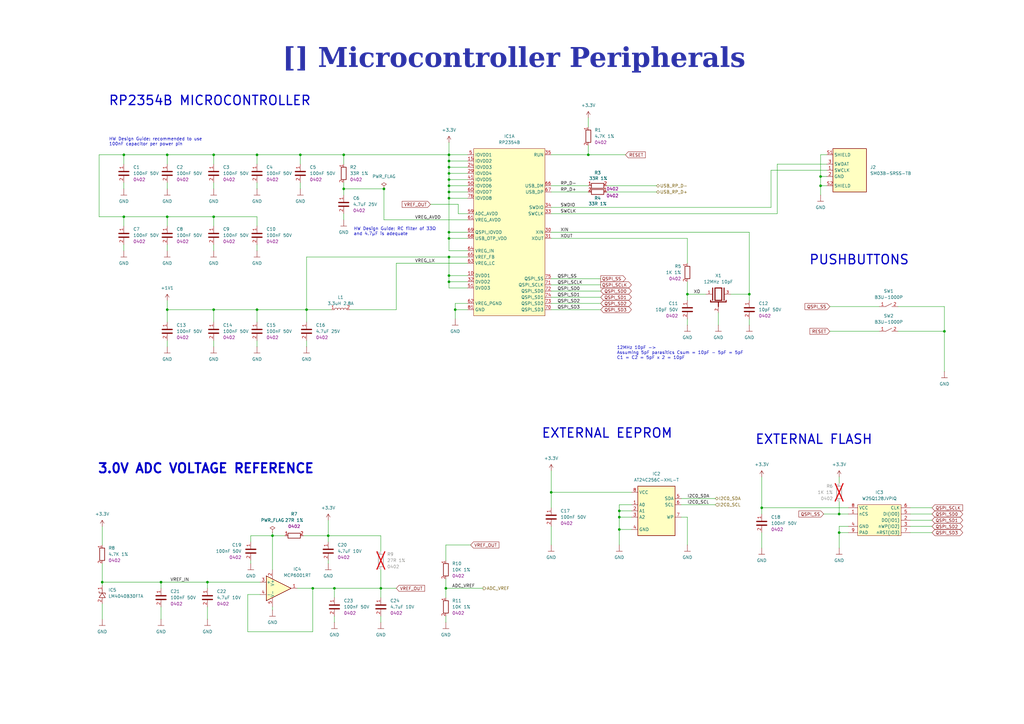
<source format=kicad_sch>
(kicad_sch (version 20250114) (generator "eeschema") (generator_version "9.0")
  (paper "A3")
  (title_block (title "Microcontroller Peripherals") (date "2026-01-31") (rev "${REVISION}") (company "${COMPANY}"))
  (text "EXTERNAL EEPROM" (at 221.996 177.8 0) (effects (font (size 3.81 3.81) (thickness 0.508) (bold yes)) (justify left)))
  (text "PUSHBUTTONS" (at 331.724 106.68 0) (effects (font (size 3.81 3.81) (thickness 0.508) (bold yes)) (justify left)))
  (text "EXTERNAL FLASH" (at 309.626 180.34 0) (effects (font (size 3.81 3.81) (thickness 0.508) (bold yes)) (justify left)))
  (text "RP2354B MICROCONTROLLER" (at 44.45 41.402 0) (effects (font (size 3.81 3.81) (thickness 0.508) (bold yes)) (justify left)))
  (text "HW Design Guide: RC filter of 33Ω\nand 4.7μF is adequate" (at 145.034 94.996 0) (effects (font (size 1.27 1.27)) (justify left)))
  (text "HW Design Guide: recommended to use\n100nF capacitor per power pin" (at 44.704 58.166 0) (effects (font (size 1.27 1.27)) (justify left)))
  (text "3.0V ADC VOLTAGE REFERENCE" (at 39.878 192.278 0) (effects (font (size 3.81 3.81) (thickness 0.762) (bold yes)) (justify left)))
  (text "12MHz 10pF ->\nAssuming 5pF parasitics Csum = 10pF - 5pF = 5pF\nC1 = C2 = 5pF x 2 = 10pF" (at 252.984 144.78 0) (effects (font (size 1.27 1.27)) (justify left)))
  (text_box "[${#}] ${TITLE}" (at 13.97 17.78 0) (size 393.7 12.7) (margins 5.9999 5.9999 5.9999 5.9999) (stroke (width -0.0001)) (effects (font (size 8 8) (thickness 1.2) (bold yes))))
  (junction (at 182.88 241.3))
  (junction (at 157.48 77.47))
  (junction (at 184.15 71.12))
  (junction (at 156.21 241.3))
  (junction (at 85.09 238.76))
  (junction (at 184.15 105.41))
  (junction (at 254 212.09))
  (junction (at 184.15 76.2))
  (junction (at 87.63 63.5))
  (junction (at 87.63 88.9))
  (junction (at 140.97 77.47))
  (junction (at 41.91 238.76))
  (junction (at 336.55 72.39))
  (junction (at 105.41 63.5))
  (junction (at 123.19 63.5))
  (junction (at 307.34 120.65))
  (junction (at 336.55 76.2))
  (junction (at 186.69 127))
  (junction (at 184.15 95.25))
  (junction (at 387.35 135.89))
  (junction (at 184.15 97.79))
  (junction (at 312.42 208.28))
  (junction (at 184.15 73.66))
  (junction (at 68.58 127))
  (junction (at 226.06 201.93))
  (junction (at 344.17 218.44))
  (junction (at 134.62 219.71))
  (junction (at 128.27 241.3))
  (junction (at 184.15 63.5))
  (junction (at 137.16 241.3))
  (junction (at 50.8 63.5))
  (junction (at 68.58 88.9))
  (junction (at 66.04 238.76))
  (junction (at 184.15 68.58))
  (junction (at 241.3 63.5))
  (junction (at 184.15 115.57))
  (junction (at 184.15 81.28))
  (junction (at 281.94 120.65))
  (junction (at 184.15 66.04))
  (junction (at 50.8 88.9))
  (junction (at 68.58 63.5))
  (junction (at 125.73 127))
  (junction (at 111.76 219.71))
  (junction (at 140.97 63.5))
  (junction (at 184.15 113.03))
  (junction (at 344.17 210.82))
  (junction (at 254 217.17))
  (junction (at 184.15 78.74))
  (junction (at 254 209.55))
  (junction (at 105.41 127))
  (junction (at 87.63 127))
  (wire (pts (xy 307.34 133.35) (xy 307.34 130.81)))
  (wire (pts (xy 125.73 105.41) (xy 125.73 127)))
  (wire (pts (xy 182.88 241.3) (xy 198.12 241.3)))
  (wire (pts (xy 191.77 115.57) (xy 184.15 115.57)))
  (wire (pts (xy 336.55 72.39) (xy 339.09 72.39)))
  (wire (pts (xy 162.56 107.95) (xy 191.77 107.95)))
  (wire (pts (xy 344.17 210.82) (xy 337.82 210.82)))
  (wire (pts (xy 68.58 92.71) (xy 68.58 88.9)))
  (wire (pts (xy 226.06 87.63) (xy 318.77 87.63)))
  (wire (pts (xy 184.15 78.74) (xy 191.77 78.74)))
  (wire (pts (xy 191.77 95.25) (xy 184.15 95.25)))
  (wire (pts (xy 336.55 63.5) (xy 336.55 72.39)))
  (wire (pts (xy 191.77 113.03) (xy 184.15 113.03)))
  (wire (pts (xy 85.09 238.76) (xy 66.04 238.76)))
  (wire (pts (xy 105.41 127) (xy 105.41 132.08)))
  (wire (pts (xy 87.63 88.9) (xy 68.58 88.9)))
  (wire (pts (xy 184.15 68.58) (xy 191.77 68.58)))
  (wire (pts (xy 182.88 223.52) (xy 193.04 223.52)))
  (wire (pts (xy 156.21 219.71) (xy 134.62 219.71)))
  (wire (pts (xy 184.15 71.12) (xy 191.77 71.12)))
  (wire (pts (xy 226.06 119.38) (xy 246.38 119.38)))
  (wire (pts (xy 226.06 127) (xy 246.38 127)))
  (wire (pts (xy 184.15 102.87) (xy 184.15 97.79)))
  (wire (pts (xy 87.63 127) (xy 105.41 127)))
  (wire (pts (xy 347.98 208.28) (xy 312.42 208.28)))
  (wire (pts (xy 156.21 233.68) (xy 156.21 241.3)))
  (wire (pts (xy 254 209.55) (xy 254 212.09)))
  (wire (pts (xy 105.41 63.5) (xy 105.41 67.31)))
  (wire (pts (xy 241.3 63.5) (xy 256.54 63.5)))
  (wire (pts (xy 87.63 63.5) (xy 87.63 67.31)))
  (wire (pts (xy 373.38 208.28) (xy 382.27 208.28)))
  (wire (pts (xy 50.8 88.9) (xy 40.64 88.9)))
  (wire (pts (xy 182.88 245.11) (xy 182.88 241.3)))
  (wire (pts (xy 137.16 241.3) (xy 128.27 241.3)))
  (wire (pts (xy 339.09 63.5) (xy 336.55 63.5)))
  (wire (pts (xy 312.42 195.58) (xy 312.42 208.28)))
  (wire (pts (xy 279.4 212.09) (xy 281.94 212.09)))
  (wire (pts (xy 157.48 90.17) (xy 191.77 90.17)))
  (wire (pts (xy 128.27 241.3) (xy 121.92 241.3)))
  (wire (pts (xy 135.89 127) (xy 125.73 127)))
  (wire (pts (xy 312.42 224.79) (xy 312.42 218.44)))
  (wire (pts (xy 347.98 210.82) (xy 344.17 210.82)))
  (wire (pts (xy 373.38 215.9) (xy 382.27 215.9)))
  (wire (pts (xy 66.04 254) (xy 66.04 248.92)))
  (wire (pts (xy 373.38 213.36) (xy 382.27 213.36)))
  (wire (pts (xy 259.08 207.01) (xy 254 207.01)))
  (wire (pts (xy 140.97 90.17) (xy 140.97 87.63)))
  (wire (pts (xy 87.63 63.5) (xy 105.41 63.5)))
  (wire (pts (xy 68.58 127) (xy 87.63 127)))
  (wire (pts (xy 336.55 76.2) (xy 336.55 80.01)))
  (wire (pts (xy 226.06 97.79) (xy 281.94 97.79)))
  (wire (pts (xy 368.3 125.73) (xy 387.35 125.73)))
  (wire (pts (xy 137.16 241.3) (xy 137.16 245.11)))
  (wire (pts (xy 125.73 127) (xy 125.73 132.08)))
  (wire (pts (xy 191.77 97.79) (xy 184.15 97.79)))
  (wire (pts (xy 184.15 105.41) (xy 125.73 105.41)))
  (wire (pts (xy 184.15 63.5) (xy 191.77 63.5)))
  (wire (pts (xy 162.56 127) (xy 162.56 107.95)))
  (wire (pts (xy 289.56 120.65) (xy 281.94 120.65)))
  (wire (pts (xy 344.17 195.58) (xy 344.17 198.12)))
  (wire (pts (xy 241.3 48.26) (xy 241.3 52.07)))
  (wire (pts (xy 254 212.09) (xy 259.08 212.09)))
  (wire (pts (xy 105.41 77.47) (xy 105.41 74.93)))
  (wire (pts (xy 191.77 81.28) (xy 184.15 81.28)))
  (wire (pts (xy 184.15 81.28) (xy 184.15 78.74)))
  (wire (pts (xy 254 217.17) (xy 259.08 217.17)))
  (wire (pts (xy 281.94 212.09) (xy 281.94 223.52)))
  (wire (pts (xy 105.41 127) (xy 125.73 127)))
  (wire (pts (xy 128.27 259.08) (xy 128.27 241.3)))
  (wire (pts (xy 140.97 63.5) (xy 184.15 63.5)))
  (wire (pts (xy 87.63 77.47) (xy 87.63 74.93)))
  (wire (pts (xy 316.23 69.85) (xy 339.09 69.85)))
  (wire (pts (xy 186.69 127) (xy 186.69 130.81)))
  (wire (pts (xy 294.64 133.35) (xy 294.64 128.27)))
  (wire (pts (xy 307.34 120.65) (xy 307.34 123.19)))
  (wire (pts (xy 184.15 118.11) (xy 184.15 115.57)))
  (wire (pts (xy 184.15 73.66) (xy 184.15 71.12)))
  (wire (pts (xy 281.94 97.79) (xy 281.94 107.95)))
  (wire (pts (xy 68.58 102.87) (xy 68.58 100.33)))
  (wire (pts (xy 316.23 85.09) (xy 316.23 69.85)))
  (wire (pts (xy 143.51 127) (xy 162.56 127)))
  (wire (pts (xy 102.87 222.25) (xy 102.87 219.71)))
  (wire (pts (xy 101.6 259.08) (xy 128.27 259.08)))
  (wire (pts (xy 68.58 123.19) (xy 68.58 127)))
  (wire (pts (xy 186.69 127) (xy 191.77 127)))
  (wire (pts (xy 254 207.01) (xy 254 209.55)))
  (wire (pts (xy 340.36 125.73) (xy 360.68 125.73)))
  (wire (pts (xy 50.8 63.5) (xy 50.8 67.31)))
  (wire (pts (xy 368.3 135.89) (xy 387.35 135.89)))
  (wire (pts (xy 226.06 76.2) (xy 241.3 76.2)))
  (wire (pts (xy 50.8 88.9) (xy 68.58 88.9)))
  (wire (pts (xy 318.77 67.31) (xy 339.09 67.31)))
  (wire (pts (xy 182.88 241.3) (xy 182.88 237.49)))
  (wire (pts (xy 344.17 205.74) (xy 344.17 210.82)))
  (wire (pts (xy 191.77 105.41) (xy 184.15 105.41)))
  (wire (pts (xy 184.15 68.58) (xy 184.15 66.04)))
  (wire (pts (xy 191.77 118.11) (xy 184.15 118.11)))
  (wire (pts (xy 111.76 219.71) (xy 116.84 219.71)))
  (wire (pts (xy 184.15 115.57) (xy 184.15 113.03)))
  (wire (pts (xy 184.15 97.79) (xy 184.15 95.25)))
  (wire (pts (xy 184.15 113.03) (xy 184.15 105.41)))
  (wire (pts (xy 254 212.09) (xy 254 217.17)))
  (wire (pts (xy 134.62 231.14) (xy 134.62 229.87)))
  (wire (pts (xy 299.72 120.65) (xy 307.34 120.65)))
  (wire (pts (xy 124.46 219.71) (xy 134.62 219.71)))
  (wire (pts (xy 40.64 63.5) (xy 50.8 63.5)))
  (wire (pts (xy 226.06 78.74) (xy 241.3 78.74)))
  (wire (pts (xy 307.34 95.25) (xy 307.34 120.65)))
  (wire (pts (xy 50.8 92.71) (xy 50.8 88.9)))
  (wire (pts (xy 85.09 241.3) (xy 85.09 238.76)))
  (wire (pts (xy 184.15 95.25) (xy 184.15 81.28)))
  (wire (pts (xy 41.91 238.76) (xy 41.91 240.03)))
  (wire (pts (xy 187.96 83.82) (xy 187.96 87.63)))
  (wire (pts (xy 50.8 63.5) (xy 68.58 63.5)))
  (wire (pts (xy 281.94 133.35) (xy 281.94 130.81)))
  (wire (pts (xy 226.06 124.46) (xy 246.38 124.46)))
  (wire (pts (xy 279.4 204.47) (xy 293.37 204.47)))
  (wire (pts (xy 85.09 238.76) (xy 106.68 238.76)))
  (wire (pts (xy 41.91 231.14) (xy 41.91 238.76)))
  (wire (pts (xy 226.06 201.93) (xy 226.06 208.28)))
  (wire (pts (xy 156.21 255.27) (xy 156.21 252.73)))
  (wire (pts (xy 111.76 250.19) (xy 111.76 248.92)))
  (wire (pts (xy 102.87 219.71) (xy 111.76 219.71)))
  (wire (pts (xy 187.96 87.63) (xy 191.77 87.63)))
  (wire (pts (xy 105.41 142.24) (xy 105.41 139.7)))
  (wire (pts (xy 134.62 213.36) (xy 134.62 219.71)))
  (wire (pts (xy 85.09 254) (xy 85.09 248.92)))
  (wire (pts (xy 105.41 92.71) (xy 105.41 88.9)))
  (wire (pts (xy 41.91 215.9) (xy 41.91 223.52)))
  (wire (pts (xy 50.8 102.87) (xy 50.8 100.33)))
  (wire (pts (xy 156.21 241.3) (xy 137.16 241.3)))
  (wire (pts (xy 157.48 90.17) (xy 157.48 77.47)))
  (wire (pts (xy 68.58 63.5) (xy 68.58 67.31)))
  (wire (pts (xy 281.94 115.57) (xy 281.94 120.65)))
  (wire (pts (xy 184.15 71.12) (xy 184.15 68.58)))
  (wire (pts (xy 184.15 63.5) (xy 184.15 58.42)))
  (wire (pts (xy 184.15 76.2) (xy 191.77 76.2)))
  (wire (pts (xy 191.77 102.87) (xy 184.15 102.87)))
  (wire (pts (xy 157.48 77.47) (xy 140.97 77.47)))
  (wire (pts (xy 312.42 208.28) (xy 312.42 210.82)))
  (wire (pts (xy 156.21 241.3) (xy 162.56 241.3)))
  (wire (pts (xy 248.92 76.2) (xy 269.24 76.2)))
  (wire (pts (xy 226.06 85.09) (xy 316.23 85.09)))
  (wire (pts (xy 137.16 255.27) (xy 137.16 252.73)))
  (wire (pts (xy 41.91 247.65) (xy 41.91 254)))
  (wire (pts (xy 186.69 124.46) (xy 186.69 127)))
  (wire (pts (xy 111.76 218.44) (xy 111.76 219.71)))
  (wire (pts (xy 68.58 142.24) (xy 68.58 139.7)))
  (wire (pts (xy 101.6 243.84) (xy 101.6 259.08)))
  (wire (pts (xy 68.58 77.47) (xy 68.58 74.93)))
  (wire (pts (xy 40.64 88.9) (xy 40.64 63.5)))
  (wire (pts (xy 134.62 219.71) (xy 134.62 222.25)))
  (wire (pts (xy 123.19 63.5) (xy 123.19 67.31)))
  (wire (pts (xy 87.63 142.24) (xy 87.63 139.7)))
  (wire (pts (xy 105.41 88.9) (xy 87.63 88.9)))
  (wire (pts (xy 226.06 193.04) (xy 226.06 201.93)))
  (wire (pts (xy 226.06 223.52) (xy 226.06 215.9)))
  (wire (pts (xy 111.76 219.71) (xy 111.76 233.68)))
  (wire (pts (xy 241.3 59.69) (xy 241.3 63.5)))
  (wire (pts (xy 254 209.55) (xy 259.08 209.55)))
  (wire (pts (xy 105.41 63.5) (xy 123.19 63.5)))
  (wire (pts (xy 176.53 83.82) (xy 187.96 83.82)))
  (wire (pts (xy 66.04 241.3) (xy 66.04 238.76)))
  (wire (pts (xy 123.19 63.5) (xy 140.97 63.5)))
  (wire (pts (xy 279.4 207.01) (xy 293.37 207.01)))
  (wire (pts (xy 336.55 72.39) (xy 336.55 76.2)))
  (wire (pts (xy 87.63 102.87) (xy 87.63 100.33)))
  (wire (pts (xy 182.88 255.27) (xy 182.88 252.73)))
  (wire (pts (xy 347.98 215.9) (xy 344.17 215.9)))
  (wire (pts (xy 226.06 121.92) (xy 246.38 121.92)))
  (wire (pts (xy 184.15 78.74) (xy 184.15 76.2)))
  (wire (pts (xy 50.8 77.47) (xy 50.8 74.93)))
  (wire (pts (xy 248.92 78.74) (xy 269.24 78.74)))
  (wire (pts (xy 184.15 73.66) (xy 191.77 73.66)))
  (wire (pts (xy 184.15 66.04) (xy 191.77 66.04)))
  (wire (pts (xy 226.06 116.84) (xy 246.38 116.84)))
  (wire (pts (xy 226.06 201.93) (xy 259.08 201.93)))
  (wire (pts (xy 281.94 120.65) (xy 281.94 123.19)))
  (wire (pts (xy 105.41 102.87) (xy 105.41 100.33)))
  (wire (pts (xy 184.15 76.2) (xy 184.15 73.66)))
  (wire (pts (xy 226.06 114.3) (xy 246.38 114.3)))
  (wire (pts (xy 140.97 77.47) (xy 140.97 80.01)))
  (wire (pts (xy 87.63 88.9) (xy 87.63 92.71)))
  (wire (pts (xy 339.09 76.2) (xy 336.55 76.2)))
  (wire (pts (xy 184.15 66.04) (xy 184.15 63.5)))
  (wire (pts (xy 140.97 74.93) (xy 140.97 77.47)))
  (wire (pts (xy 387.35 135.89) (xy 387.35 152.4)))
  (wire (pts (xy 123.19 77.47) (xy 123.19 74.93)))
  (wire (pts (xy 340.36 135.89) (xy 360.68 135.89)))
  (wire (pts (xy 344.17 215.9) (xy 344.17 218.44)))
  (wire (pts (xy 156.21 226.06) (xy 156.21 219.71)))
  (wire (pts (xy 373.38 210.82) (xy 382.27 210.82)))
  (wire (pts (xy 68.58 132.08) (xy 68.58 127)))
  (wire (pts (xy 373.38 218.44) (xy 382.27 218.44)))
  (wire (pts (xy 387.35 125.73) (xy 387.35 135.89)))
  (wire (pts (xy 87.63 127) (xy 87.63 132.08)))
  (wire (pts (xy 125.73 142.24) (xy 125.73 139.7)))
  (wire (pts (xy 156.21 245.11) (xy 156.21 241.3)))
  (wire (pts (xy 106.68 243.84) (xy 101.6 243.84)))
  (wire (pts (xy 68.58 63.5) (xy 87.63 63.5)))
  (wire (pts (xy 66.04 238.76) (xy 41.91 238.76)))
  (wire (pts (xy 226.06 95.25) (xy 307.34 95.25)))
  (wire (pts (xy 344.17 218.44) (xy 344.17 224.79)))
  (wire (pts (xy 140.97 67.31) (xy 140.97 63.5)))
  (wire (pts (xy 191.77 124.46) (xy 186.69 124.46)))
  (wire (pts (xy 226.06 63.5) (xy 241.3 63.5)))
  (wire (pts (xy 182.88 223.52) (xy 182.88 229.87)))
  (wire (pts (xy 344.17 218.44) (xy 347.98 218.44)))
  (wire (pts (xy 318.77 87.63) (xy 318.77 67.31)))
  (wire (pts (xy 102.87 231.14) (xy 102.87 229.87)))
  (wire (pts (xy 254 217.17) (xy 254 223.52)))
  (label "I2C0_SDA" (at 281.94 204.47 0))
  (label "QSPI_SD0" (at 228.6 119.38 0))
  (label "QSPI_SD1" (at 228.6 121.92 0))
  (label "XIN" (at 229.87 95.25 0))
  (label "SWDIO" (at 229.87 85.09 0))
  (label "QSPI_SCLK" (at 228.6 116.84 0))
  (label "VREG_AVDD" (at 170.18 90.17 0))
  (label "ADC_VREF" (at 185.42 241.3 0))
  (label "XOUT" (at 229.87 97.79 0))
  (label "VREF_IN" (at 69.85 238.76 0))
  (label "QSPI_SD2" (at 228.6 124.46 0))
  (label "QSPI_SS" (at 228.6 114.3 0))
  (label "QSPI_SD3" (at 228.6 127 0))
  (label "I2C0_SCL" (at 281.94 207.01 0))
  (label "RP_D-" (at 229.87 76.2 0))
  (label "RP_D+" (at 229.87 78.74 0))
  (label "VREG_LX" (at 170.18 107.95 0))
  (label "XO" (at 284.48 120.65 0))
  (label "SWCLK" (at 229.87 87.63 0))
  (global_label "VREF_OUT" (shape input) (at 162.56 241.3 0) (property "Intersheetrefs" "${INTERSHEET_REFS}" (effects (hide yes))))
  (global_label "QSPI_SD0" (shape bidirectional) (at 382.27 210.82 0) (property "Intersheetrefs" "${INTERSHEET_REFS}" (effects (hide yes))))
  (global_label "QSPI_SD1" (shape bidirectional) (at 382.27 213.36 0) (property "Intersheetrefs" "${INTERSHEET_REFS}" (effects (hide yes))))
  (global_label "VREF_OUT" (shape input) (at 193.04 223.52 0) (property "Intersheetrefs" "${INTERSHEET_REFS}" (effects (hide yes))))
  (global_label "QSPI_SS" (shape input) (at 340.36 125.73 180) (property "Intersheetrefs" "${INTERSHEET_REFS}" (effects (hide yes))))
  (global_label "QSPI_SD0" (shape bidirectional) (at 246.38 119.38 0) (property "Intersheetrefs" "${INTERSHEET_REFS}" (effects (hide yes))))
  (global_label "QSPI_SD1" (shape bidirectional) (at 246.38 121.92 0) (property "Intersheetrefs" "${INTERSHEET_REFS}" (effects (hide yes))))
  (global_label "RESET" (shape input) (at 340.36 135.89 180) (property "Intersheetrefs" "${INTERSHEET_REFS}" (effects (hide yes))))
  (global_label "QSPI_SCLK" (shape output) (at 246.38 116.84 0) (property "Intersheetrefs" "${INTERSHEET_REFS}" (effects (hide yes))))
  (global_label "QSPI_SD2" (shape bidirectional) (at 246.38 124.46 0) (property "Intersheetrefs" "${INTERSHEET_REFS}" (effects (hide yes))))
  (global_label "QSPI_SS" (shape output) (at 246.38 114.3 0) (property "Intersheetrefs" "${INTERSHEET_REFS}" (effects (hide yes))))
  (global_label "QSPI_SCLK" (shape input) (at 382.27 208.28 0) (property "Intersheetrefs" "${INTERSHEET_REFS}" (effects (hide yes))))
  (global_label "VREF_OUT" (shape input) (at 176.53 83.82 180) (property "Intersheetrefs" "${INTERSHEET_REFS}" (effects (hide yes))))
  (global_label "QSPI_SD3" (shape bidirectional) (at 246.38 127 0) (property "Intersheetrefs" "${INTERSHEET_REFS}" (effects (hide yes))))
  (global_label "QSPI_SD3" (shape bidirectional) (at 382.27 218.44 0) (property "Intersheetrefs" "${INTERSHEET_REFS}" (effects (hide yes))))
  (global_label "QSPI_SD2" (shape bidirectional) (at 382.27 215.9 0) (property "Intersheetrefs" "${INTERSHEET_REFS}" (effects (hide yes))))
  (global_label "RESET" (shape input) (at 256.54 63.5 0) (property "Intersheetrefs" "${INTERSHEET_REFS}" (effects (hide yes))))
  (global_label "QSPI_SS" (shape input) (at 337.82 210.82 180) (property "Intersheetrefs" "${INTERSHEET_REFS}" (effects (hide yes))))
  (hierarchical_label "USB_RP_D+" (shape bidirectional) (at 269.24 78.74 0))
  (hierarchical_label "ADC_VREF" (shape output) (at 198.12 241.3 0))
  (hierarchical_label "USB_RP_D-" (shape bidirectional) (at 269.24 76.2 0))
  (hierarchical_label "I2C0_SDA" (shape bidirectional) (at 293.37 204.47 0))
  (hierarchical_label "I2C0_SCL" (shape input) (at 293.37 207.01 0))
  (symbol (lib_id "DS_Supply:GND") (at 254 223.52 0) (unit 1)
    (property "Reference" "#PWR031" (effects (hide yes)))
    (property "Value" "GND" (at 254 228.6 0))
    (property "Description" "Power symbol creates a global label with name \"GND\" , ground" (effects (hide yes)))
  )
  (symbol (lib_id "DS_Supply:GND") (at 66.04 254 0) (unit 1)
    (property "Reference" "#PWR039" (effects (hide yes)))
    (property "Value" "GND" (at 66.04 259.08 0))
    (property "Description" "Power symbol creates a global label with name \"GND\" , ground" (effects (hide yes)))
  )
  (symbol (lib_id "power:+3.3V") (at 344.17 195.58 0) (unit 1)
    (property "Reference" "#PWR027" (effects (hide yes)))
    (property "Value" "+3.3V" (at 344.17 190.5 0))
    (property "Description" "Power symbol creates a global label with name \"+3.3V\"" (effects (hide yes)))
  )
  (symbol (lib_id "DS_Capacitor_0402:100nF 50V 0402") (at 105.41 71.12 0) (unit 1)
    (property "Reference" "C4" (at 109.22 68.5799 0) (effects (justify left)))
    (property "Value" "100nF 50V" (at 109.22 71.1199 0) (effects (justify left)))
    (property "Footprint" "Capacitor_SMD:C_0402_1005Metric" (effects (hide yes)))
    (property "Description" "50V 100nF X7R ±10% 0402 Multilayer Ceramic Capacitors MLCC - SMD/SMT ROHS" (effects (hide yes)))
    (property "FOOTPRINT_SHORT" "0402" (at 109.22 73.6599 0) (effects (justify left)))
    (property "ROHS" "YES" (effects (hide yes)))
    (property "LCSC_PART" "C307331" (effects (hide yes)))
  )
  (symbol (lib_id "DS_Switch:B3U-1000P") (at 364.49 125.73 0) (unit 1)
    (property "Reference" "SW1" (at 364.49 119.38 0))
    (property "Value" "B3U-1000P" (at 364.49 121.92 0))
    (property "Footprint" "DS_Switch:SW_B3U-1000P" (effects (hide yes)))
    (property "Datasheet" "https://jlcpcb.com/api/file/downloadByFileSystemAccessId/8588893394868953088" (effects (hide yes)))
    (property "Description" "1.53N 1.6mm 12V 2.5mm 3mm 50mA Round Button SMD(SMT) Tab SPST Surface Mount,Vertical SMD,3x2.5mm Tactile Switches ROHS" (effects (hide yes)))
    (property "MFR" "Omron Electronics" (effects (hide yes)))
    (property "MPN" "B3U-1000P" (effects (hide yes)))
    (property "LCSC_PART" "C231329" (effects (hide yes)))
    (property "ROHS" "YES" (effects (hide yes)))
  )
  (symbol (lib_id "DS_Supply:GND") (at 336.55 80.01 0) (unit 1)
    (property "Reference" "#PWR09" (effects (hide yes)))
    (property "Value" "GND" (at 336.55 85.09 0))
    (property "Description" "Power symbol creates a global label with name \"GND\" , ground" (effects (hide yes)))
  )
  (symbol (lib_id "DS_Resistor_0402:1K 1% 0402") (at 281.94 111.76 0) (unit 1)
    (property "Reference" "R5" (at 279.4 109.2199 0) (effects (justify right)))
    (property "Value" "1K 1%" (at 279.4 111.7599 0) (effects (justify right)))
    (property "Footprint" "Resistor_SMD:R_0402_1005Metric" (effects (hide yes)))
    (property "Description" "62.5mW Thick Film Resistors 50V ±100ppm/℃ ±1% 1kΩ 0402 Chip Resistor - Surface Mount ROHS" (effects (hide yes)))
    (property "LCSC_PART" "C11702" (effects (hide yes)))
    (property "ROHS" "YES" (effects (hide yes)))
    (property "FOOTPRINT_SHORT" "0402" (at 279.4 114.2999 0) (effects (justify right)))
    (property "MFR" "FH" (effects (hide yes)))
  )
  (symbol (lib_id "DS_Resistor_0402:10K 1% 0402") (at 182.88 248.92 0) (unit 1)
    (property "Reference" "R11" (at 185.42 246.3799 0) (effects (justify left)))
    (property "Value" "10K 1%" (at 185.42 248.9199 0) (effects (justify left)))
    (property "Footprint" "Resistor_SMD:R_0402_1005Metric" (effects (hide yes)))
    (property "Description" "62.5mW Thick Film Resistors 50V ±100ppm/℃ ±1% 10kΩ 0402 Chip Resistor - Surface Mount ROHS" (effects (hide yes)))
    (property "LCSC_PART" "C25744" (effects (hide yes)))
    (property "ROHS" "YES" (effects (hide yes)))
    (property "FOOTPRINT_SHORT" "0402" (at 185.42 251.4599 0) (effects (justify left)))
    (property "MFR" "ROHM" (effects (hide yes)))
  )
  (symbol (lib_id "DS_Supply:GND") (at 87.63 102.87 0) (unit 1)
    (property "Reference" "#PWR013" (effects (hide yes)))
    (property "Value" "GND" (at 87.63 107.95 0))
    (property "Description" "Power symbol creates a global label with name \"GND\" , ground" (effects (hide yes)))
  )
  (symbol (lib_id "power:+3.3V") (at 134.62 213.36 0) (unit 1)
    (property "Reference" "#PWR028" (effects (hide yes)))
    (property "Value" "+3.3V" (at 134.62 208.28 0))
    (property "Description" "Power symbol creates a global label with name \"+3.3V\"" (effects (hide yes)))
  )
  (symbol (lib_id "DS_Capacitor_0402:100nF 50V 0402") (at 68.58 96.52 0) (unit 1)
    (property "Reference" "C8" (at 72.39 93.9799 0) (effects (justify left)))
    (property "Value" "100nF 50V" (at 72.39 96.5199 0) (effects (justify left)))
    (property "Footprint" "Capacitor_SMD:C_0402_1005Metric" (effects (hide yes)))
    (property "Description" "50V 100nF X7R ±10% 0402 Multilayer Ceramic Capacitors MLCC - SMD/SMT ROHS" (effects (hide yes)))
    (property "FOOTPRINT_SHORT" "0402" (at 72.39 99.0599 0) (effects (justify left)))
    (property "ROHS" "YES" (effects (hide yes)))
    (property "LCSC_PART" "C307331" (effects (hide yes)))
  )
  (symbol (lib_id "DS_Resistor_0402:4.7K 1% 0402") (at 241.3 55.88 0) (unit 1)
    (property "Reference" "R1" (at 243.84 53.3399 0) (effects (justify left)))
    (property "Value" "4.7K 1%" (at 243.84 55.8799 0) (effects (justify left)))
    (property "Footprint" "Resistor_SMD:R_0402_1005Metric" (effects (hide yes)))
    (property "Description" "62.5mW Thick Film Resistors 50V ±100ppm/℃ ±1% 4.7kΩ 0402 Chip Resistor - Surface Mount ROHS" (effects (hide yes)))
    (property "LCSC_PART" "C25900" (effects (hide yes)))
    (property "ROHS" "YES" (effects (hide yes)))
    (property "FOOTPRINT_SHORT" "0402" (at 243.84 58.4199 0) (effects (justify left)))
  )
  (symbol (lib_id "power:+3.3V") (at 226.06 193.04 0) (unit 1)
    (property "Reference" "#PWR025" (effects (hide yes)))
    (property "Value" "+3.3V" (at 226.06 187.96 0))
    (property "Description" "Power symbol creates a global label with name \"+3.3V\"" (effects (hide yes)))
  )
  (symbol (lib_id "DS_Supply:GND") (at 111.76 250.19 0) (unit 1)
    (property "Reference" "#PWR037" (effects (hide yes)))
    (property "Value" "GND" (at 111.76 255.27 0))
    (property "Description" "Power symbol creates a global label with name \"GND\" , ground" (effects (hide yes)))
  )
  (symbol (lib_id "DS_Supply:GND") (at 105.41 77.47 0) (unit 1)
    (property "Reference" "#PWR07" (effects (hide yes)))
    (property "Value" "GND" (at 105.41 82.55 0))
    (property "Description" "Power symbol creates a global label with name \"GND\" , ground" (effects (hide yes)))
  )
  (symbol (lib_id "DS_Supply:GND") (at 85.09 254 0) (unit 1)
    (property "Reference" "#PWR040" (effects (hide yes)))
    (property "Value" "GND" (at 85.09 259.08 0))
    (property "Description" "Power symbol creates a global label with name \"GND\" , ground" (effects (hide yes)))
  )
  (symbol (lib_id "power:+3.3V") (at 41.91 215.9 0) (unit 1)
    (property "Reference" "#PWR029" (effects (hide yes)))
    (property "Value" "+3.3V" (at 41.91 210.82 0))
    (property "Description" "Power symbol creates a global label with name \"+3.3V\"" (effects (hide yes)))
  )
  (symbol (lib_id "DS_Supply:GND") (at 50.8 102.87 0) (unit 1)
    (property "Reference" "#PWR011" (effects (hide yes)))
    (property "Value" "GND" (at 50.8 107.95 0))
    (property "Description" "Power symbol creates a global label with name \"GND\" , ground" (effects (hide yes)))
  )
  (symbol (lib_id "DS_Capacitor_0402:100nF 50V 0402") (at 312.42 214.63 0) (unit 1)
    (property "Reference" "C18" (at 316.23 212.0899 0) (effects (justify left)))
    (property "Value" "100nF 50V" (at 316.23 214.6299 0) (effects (justify left)))
    (property "Footprint" "Capacitor_SMD:C_0402_1005Metric" (effects (hide yes)))
    (property "Description" "50V 100nF X7R ±10% 0402 Multilayer Ceramic Capacitors MLCC - SMD/SMT ROHS" (effects (hide yes)))
    (property "FOOTPRINT_SHORT" "0402" (at 316.23 217.1699 0) (effects (justify left)))
    (property "ROHS" "YES" (effects (hide yes)))
    (property "LCSC_PART" "C307331" (effects (hide yes)))
  )
  (symbol (lib_id "DS_Supply:GND") (at 186.69 130.81 0) (unit 1)
    (property "Reference" "#PWR016" (effects (hide yes)))
    (property "Value" "GND" (at 186.69 135.89 0))
    (property "Description" "Power symbol creates a global label with name \"GND\" , ground" (effects (hide yes)))
  )
  (symbol (lib_id "DS_Supply:GND") (at 68.58 102.87 0) (unit 1)
    (property "Reference" "#PWR012" (effects (hide yes)))
    (property "Value" "GND" (at 68.58 107.95 0))
    (property "Description" "Power symbol creates a global label with name \"GND\" , ground" (effects (hide yes)))
  )
  (symbol (lib_id "DS_Inductor:3.3uH_2.8A") (at 139.7 127 0) (unit 1)
    (property "Reference" "L1" (at 139.7 121.92 0))
    (property "Value" "3.3uH 2.8A" (at 139.7 124.46 0))
    (property "Footprint" "DS_Inductor:0805" (effects (hide yes)))
    (property "Datasheet" "https://abracon.com/datasheets/AOTA-B201610S3R3-101-T.pdf" (effects (hide yes)))
    (property "Description" "MINI MOLDED POWER INDUCTOR (3.3µH )" (effects (hide yes)))
    (property "LCSC_PART" "C42411119" (effects (hide yes)))
    (property "ROHS" "YES" (effects (hide yes)))
    (property "MPN" "AOTA-B201610S3R3-101-T" (effects (hide yes)))
    (property "MFR" "Abracon " (effects (hide yes)))
  )
  (symbol (lib_id "DS_Supply:GND") (at 68.58 77.47 0) (unit 1)
    (property "Reference" "#PWR05" (effects (hide yes)))
    (property "Value" "GND" (at 68.58 82.55 0))
    (property "Description" "Power symbol creates a global label with name \"GND\" , ground" (effects (hide yes)))
  )
  (symbol (lib_id "DS_Capacitor_0402:100nF 50V 0402") (at 68.58 135.89 0) (unit 1)
    (property "Reference" "C13" (at 72.39 133.3499 0) (effects (justify left)))
    (property "Value" "100nF 50V" (at 72.39 135.8899 0) (effects (justify left)))
    (property "Footprint" "Capacitor_SMD:C_0402_1005Metric" (effects (hide yes)))
    (property "Description" "50V 100nF X7R ±10% 0402 Multilayer Ceramic Capacitors MLCC - SMD/SMT ROHS" (effects (hide yes)))
    (property "FOOTPRINT_SHORT" "0402" (at 72.39 138.4299 0) (effects (justify left)))
    (property "ROHS" "YES" (effects (hide yes)))
    (property "LCSC_PART" "C307331" (effects (hide yes)))
  )
  (symbol (lib_id "DS_Supply:GND") (at 182.88 255.27 0) (unit 1)
    (property "Reference" "#PWR043" (effects (hide yes)))
    (property "Value" "GND" (at 182.88 260.35 0))
    (property "Description" "Power symbol creates a global label with name \"GND\" , ground" (effects (hide yes)))
  )
  (symbol (lib_id "DS_Capacitor_0402:100nF 50V 0402") (at 226.06 212.09 0) (unit 1)
    (property "Reference" "C17" (at 229.87 209.5499 0) (effects (justify left)))
    (property "Value" "100nF 50V" (at 229.87 212.0899 0) (effects (justify left)))
    (property "Footprint" "Capacitor_SMD:C_0402_1005Metric" (effects (hide yes)))
    (property "Description" "50V 100nF X7R ±10% 0402 Multilayer Ceramic Capacitors MLCC - SMD/SMT ROHS" (effects (hide yes)))
    (property "FOOTPRINT_SHORT" "0402" (at 229.87 214.6299 0) (effects (justify left)))
    (property "ROHS" "YES" (effects (hide yes)))
    (property "LCSC_PART" "C307331" (effects (hide yes)))
  )
  (symbol (lib_id "DS_Capacitor_0402:100nF 50V 0402") (at 50.8 96.52 0) (unit 1)
    (property "Reference" "C7" (at 54.61 93.9799 0) (effects (justify left)))
    (property "Value" "100nF 50V" (at 54.61 96.5199 0) (effects (justify left)))
    (property "Footprint" "Capacitor_SMD:C_0402_1005Metric" (effects (hide yes)))
    (property "Description" "50V 100nF X7R ±10% 0402 Multilayer Ceramic Capacitors MLCC - SMD/SMT ROHS" (effects (hide yes)))
    (property "FOOTPRINT_SHORT" "0402" (at 54.61 99.0599 0) (effects (justify left)))
    (property "ROHS" "YES" (effects (hide yes)))
    (property "LCSC_PART" "C307331" (effects (hide yes)))
  )
  (symbol (lib_id "power:PWR_FLAG") (at 157.48 77.47 0) (unit 1)
    (property "Reference" "#FLG08" (effects (hide yes)))
    (property "Value" "PWR_FLAG" (at 157.48 72.39 0))
    (property "Description" "Special symbol for telling ERC where power comes from" (effects (hide yes)))
  )
  (symbol (lib_id "DS_Supply:GND") (at 226.06 223.52 0) (unit 1)
    (property "Reference" "#PWR030" (effects (hide yes)))
    (property "Value" "GND" (at 226.06 228.6 0))
    (property "Description" "Power symbol creates a global label with name \"GND\" , ground" (effects (hide yes)))
  )
  (symbol (lib_id "DS_Supply:GND") (at 307.34 133.35 0) (unit 1)
    (property "Reference" "#PWR019" (effects (hide yes)))
    (property "Value" "GND" (at 307.34 138.43 0))
    (property "Description" "Power symbol creates a global label with name \"GND\" , ground" (effects (hide yes)))
  )
  (symbol (lib_id "DS_Resistor_0402:33R 1% 0402") (at 140.97 71.12 0) (unit 1)
    (property "Reference" "R2" (at 143.51 68.5799 0) (effects (justify left)))
    (property "Value" "33R 1%" (at 143.51 71.1199 0) (effects (justify left)))
    (property "Footprint" "Resistor_SMD:R_0402_1005Metric" (effects (hide yes)))
    (property "Description" "-55℃~+155℃ 33Ω 50V 62.5mW Thick Film Resistor ±1% ±100ppm/℃ 0402 Chip Resistor - Surface Mount ROHS" (effects (hide yes)))
    (property "LCSC_PART" "C25105" (effects (hide yes)))
    (property "ROHS" "YES" (effects (hide yes)))
    (property "FOOTPRINT_SHORT" "0402" (at 143.51 73.6599 0) (effects (justify left)))
    (property "MFR" "ROHM" (effects (hide yes)))
  )
  (symbol (lib_id "DS_Capacitor_0402:10pF 50V 0402") (at 307.34 127 0) (unit 1)
    (property "Reference" "C12" (at 311.15 124.4599 0) (effects (justify left)))
    (property "Value" "10pF 50V" (at 311.15 126.9999 0) (effects (justify left)))
    (property "Footprint" "Capacitor_SMD:C_0402_1005Metric" (effects (hide yes)))
    (property "Description" "10pF 50V C0G ±5% 0402 Multilayer Ceramic Capacitors MLCC - SMD/SMT ROHS" (effects (hide yes)))
    (property "FOOTPRINT_SHORT" "0402" (at 311.15 129.5399 0) (effects (justify left)))
    (property "ROHS" "YES" (effects (hide yes)))
    (property "LCSC_PART" "C466222" (effects (hide yes)))
    (property "MFR" "CCTC" (effects (hide yes)))
  )
  (symbol (lib_id "DS_Capacitor_0402:100nF 50V 0402") (at 102.87 226.06 0) (unit 1)
    (property "Reference" "C19" (at 99.06 223.5199 0) (effects (justify right)))
    (property "Value" "100nF 50V" (at 99.06 226.0599 0) (effects (justify right)))
    (property "Footprint" "Capacitor_SMD:C_0402_1005Metric" (effects (hide yes)))
    (property "Description" "50V 100nF X7R ±10% 0402 Multilayer Ceramic Capacitors MLCC - SMD/SMT ROHS" (effects (hide yes)))
    (property "FOOTPRINT_SHORT" "0402" (at 99.06 228.5999 0) (effects (justify right)))
    (property "ROHS" "YES" (effects (hide yes)))
    (property "LCSC_PART" "C307331" (effects (hide yes)))
  )
  (symbol (lib_id "DS_Supply:GND") (at 102.87 231.14 0) (unit 1)
    (property "Reference" "#PWR035" (effects (hide yes)))
    (property "Value" "GND" (at 102.87 236.22 0))
    (property "Description" "Power symbol creates a global label with name \"GND\" , ground" (effects (hide yes)))
  )
  (symbol (lib_id "power:+3.3V") (at 312.42 195.58 0) (unit 1)
    (property "Reference" "#PWR026" (effects (hide yes)))
    (property "Value" "+3.3V" (at 312.42 190.5 0))
    (property "Description" "Power symbol creates a global label with name \"+3.3V\"" (effects (hide yes)))
  )
  (symbol (lib_id "DS_Capacitor_0402:10pF 50V 0402") (at 281.94 127 0) (mirror y) (unit 1)
    (property "Reference" "C11" (at 278.13 124.4599 0) (effects (justify left)))
    (property "Value" "10pF 50V" (at 278.13 126.9999 0) (effects (justify left)))
    (property "Footprint" "Capacitor_SMD:C_0402_1005Metric" (effects (hide yes)))
    (property "Description" "10pF 50V C0G ±5% 0402 Multilayer Ceramic Capacitors MLCC - SMD/SMT ROHS" (effects (hide yes)))
    (property "FOOTPRINT_SHORT" "0402" (at 278.13 129.5399 0) (effects (justify left)))
    (property "ROHS" "YES" (effects (hide yes)))
    (property "LCSC_PART" "C466222" (effects (hide yes)))
    (property "MFR" "CCTC" (effects (hide yes)))
  )
  (symbol (lib_id "power:+1V1") (at 68.58 123.19 0) (unit 1)
    (property "Reference" "#PWR015" (effects (hide yes)))
    (property "Value" "+1V1" (at 68.58 118.11 0))
    (property "Description" "Power symbol creates a global label with name \"+1V1\"" (effects (hide yes)))
  )
  (symbol (lib_id "DS_Vreg:LM4040B30FTA") (at 41.91 243.84 0) (unit 1)
    (property "Reference" "IC5" (at 44.45 241.9857 0) (effects (justify left)))
    (property "Value" "LM4040B30FTA" (at 44.45 244.5257 0) (effects (justify left)))
    (property "Footprint" "DS_Vreg:SOT-23" (effects (hide yes)))
    (property "Datasheet" "https://www.diodes.com/assets/Datasheets/LM4040.pdf" (effects (hide yes)))
    (property "Description" "Shunt Voltage Reference IC Fixed 3V V ±0.2% 15 mA SOT-23-3" (effects (hide yes)))
    (property "ROHS" "YES" (effects (hide yes)))
    (property "LCSC_PART" "C460604" (effects (hide yes)))
    (property "LCSC_PRICE" "EUR 0.4529" (effects (hide yes)))
    (property "MPN" "LM4040B30FTA" (effects (hide yes)))
    (property "MFR" "Diodes Incorporated" (effects (hide yes)))
    (property "DIST1" "https://www.digikey.at/en/products/detail/diodes-incorporated/lm4040b30fta/4249965" (effects (hide yes)))
    (property "PPU1" "EUR0.750 DIGI" (effects (hide yes)))
  )
  (symbol (lib_id "DS_Resistor_0402:4.7K 1% 0402") (at 41.91 227.33 0) (unit 1)
    (property "Reference" "R8" (at 44.45 224.7899 0) (effects (justify left)))
    (property "Value" "4.7K 1%" (at 44.45 227.3299 0) (effects (justify left)))
    (property "Footprint" "Resistor_SMD:R_0402_1005Metric" (effects (hide yes)))
    (property "Description" "62.5mW Thick Film Resistors 50V ±100ppm/℃ ±1% 4.7kΩ 0402 Chip Resistor - Surface Mount ROHS" (effects (hide yes)))
    (property "LCSC_PART" "C25900" (effects (hide yes)))
    (property "ROHS" "YES" (effects (hide yes)))
    (property "FOOTPRINT_SHORT" "0402" (at 44.45 229.8699 0) (effects (justify left)))
  )
  (symbol (lib_id "DS_Supply:GND") (at 105.41 102.87 0) (unit 1)
    (property "Reference" "#PWR014" (effects (hide yes)))
    (property "Value" "GND" (at 105.41 107.95 0))
    (property "Description" "Power symbol creates a global label with name \"GND\" , ground" (effects (hide yes)))
  )
  (symbol (lib_id "DS_Capacitor_0402:4.7uF 25V 0402") (at 125.73 135.89 0) (unit 1)
    (property "Reference" "C16" (at 129.54 133.3499 0) (effects (justify left)))
    (property "Value" "4.7uF 25V" (at 129.54 135.8899 0) (effects (justify left)))
    (property "Footprint" "Capacitor_SMD:C_0402_1005Metric" (effects (hide yes)))
    (property "Description" "25V 4.7uF X5R ±20% 0402 Multilayer Ceramic Capacitors MLCC - SMD/SMT ROHS" (effects (hide yes)))
    (property "FOOTPRINT_SHORT" "0402" (at 129.54 138.4299 0) (effects (justify left)))
    (property "ROHS" "YES" (effects (hide yes)))
    (property "LCSC_PART" "C22367824" (effects (hide yes)))
    (property "MFR" "Murata" (effects (hide yes)))
  )
  (symbol (lib_id "DS_Memory:W25Q128JVPIQ") (at 360.68 213.36 0) (unit 1)
    (property "Reference" "IC3" (at 360.68 201.93 0))
    (property "Value" "W25Q128JVPIQ" (at 360.68 204.47 0))
    (property "Footprint" "DS_Memory:WSON8_6x5" (effects (hide yes)))
    (property "Datasheet" "https://www.winbond.com/resource-files/w25q128jv%20revf%2003272018%20plus.pdf" (effects (hide yes)))
    (property "Description" "FLASH - NOR Memory IC 128Mbit SPI - Quad I/O, QPI 133 MHz 8-WSON (6x5)" (effects (hide yes)))
    (property "MPN" "W25Q128JVPIQ" (effects (hide yes)))
    (property "MFR" "Winbond Electronics" (effects (hide yes)))
    (property "ROHS" "YES" (effects (hide yes)))
    (property "LCSC_PART" "C190862" (effects (hide yes)))
  )
  (symbol (lib_id "DS_Connector:DebugProbe SWD") (at 349.25 69.85 0) (unit 1)
    (property "Reference" "J2" (at 356.87 68.5799 0) (effects (justify left)))
    (property "Value" "SM03B-SRSS-TB" (at 356.87 71.1199 0) (effects (justify left)))
    (property "Footprint" "DS_Connector:JST_SM03B-SRSS-TB_LF__SN_" (effects (hide yes)))
    (property "Datasheet" "https://www.jst-connector.com/datasheet/jst-connector/BM02B-SRSS-TB.pdf" (effects (hide yes)))
    (property "Description" "Connector Header Surface Mount, Right Angle 3 position 0.039\" (1.00mm)" (effects (hide yes)))
    (property "LCSC_PART" "C160403" (effects (hide yes)))
    (property "MPN" "SM03B-SRSS-TB" (effects (hide yes)))
    (property "MFR" "JST Sales America Inc." (effects (hide yes)))
    (property "ROHS" "YES" (effects (hide yes)))
    (property "DIST1" "https://www.digikey.de/en/products/detail/jst-sales-america-inc/sm03b-srss-tb/926709" (effects (hide yes)))
  )
  (symbol (lib_id "power:PWR_FLAG") (at 111.76 218.44 0) (unit 1)
    (property "Reference" "#FLG01" (effects (hide yes)))
    (property "Value" "PWR_FLAG" (at 111.76 213.36 0))
    (property "Description" "Special symbol for telling ERC where power comes from" (effects (hide yes)))
  )
  (symbol (lib_id "DS_Capacitor_0402:100nF 50V 0402") (at 50.8 71.12 0) (unit 1)
    (property "Reference" "C1" (at 54.61 68.5799 0) (effects (justify left)))
    (property "Value" "100nF 50V" (at 54.61 71.1199 0) (effects (justify left)))
    (property "Footprint" "Capacitor_SMD:C_0402_1005Metric" (effects (hide yes)))
    (property "Description" "50V 100nF X7R ±10% 0402 Multilayer Ceramic Capacitors MLCC - SMD/SMT ROHS" (effects (hide yes)))
    (property "FOOTPRINT_SHORT" "0402" (at 54.61 73.6599 0) (effects (justify left)))
    (property "ROHS" "YES" (effects (hide yes)))
    (property "LCSC_PART" "C307331" (effects (hide yes)))
  )
  (symbol (lib_id "DS_Capacitor_0402:100nF 50V 0402") (at 105.41 96.52 0) (unit 1)
    (property "Reference" "C10" (at 109.22 93.9799 0) (effects (justify left)))
    (property "Value" "100nF 50V" (at 109.22 96.5199 0) (effects (justify left)))
    (property "Footprint" "Capacitor_SMD:C_0402_1005Metric" (effects (hide yes)))
    (property "Description" "50V 100nF X7R ±10% 0402 Multilayer Ceramic Capacitors MLCC - SMD/SMT ROHS" (effects (hide yes)))
    (property "FOOTPRINT_SHORT" "0402" (at 109.22 99.0599 0) (effects (justify left)))
    (property "ROHS" "YES" (effects (hide yes)))
    (property "LCSC_PART" "C307331" (effects (hide yes)))
  )
  (symbol (lib_id "DS_Supply:GND") (at 156.21 255.27 0) (unit 1)
    (property "Reference" "#PWR042" (effects (hide yes)))
    (property "Value" "GND" (at 156.21 260.35 0))
    (property "Description" "Power symbol creates a global label with name \"GND\" , ground" (effects (hide yes)))
  )
  (symbol (lib_id "DS_Supply:GND") (at 41.91 254 0) (unit 1)
    (property "Reference" "#PWR038" (effects (hide yes)))
    (property "Value" "GND" (at 41.91 259.08 0))
    (property "Description" "Power symbol creates a global label with name \"GND\" , ground" (effects (hide yes)))
  )
  (symbol (lib_id "DS_Microcontroller:RP2354B") (at 208.28 95.25 0) (unit 1)
    (property "Reference" "IC1" (at 208.915 55.88 0))
    (property "Value" "RP2354B" (at 208.915 58.42 0))
    (property "Footprint" "DS_Microcontroller:QFN80_10x10" (effects (hide yes)))
    (property "Datasheet" "https://pip-assets.raspberrypi.com/categories/1214-rp2350/documents/RP-008373-DS-2-rp2350-datasheet.pdf?disposition=inline" (effects (hide yes)))
    (property "Description" "QFN-80-EP(10x10) Microcontrollers (MCU/MPU/SOC) ROHS" (effects (hide yes)))
    (property "LCSC_PART" "C39843328" (effects (hide yes)))
    (property "MFR" "Raspberry Pi " (effects (hide yes)))
    (property "MPN" "RP2354B" (effects (hide yes)))
    (property "ROHS" "YES" (effects (hide yes)))
  )
  (symbol (lib_id "DS_Supply:GND") (at 87.63 77.47 0) (unit 1)
    (property "Reference" "#PWR06" (effects (hide yes)))
    (property "Value" "GND" (at 87.63 82.55 0))
    (property "Description" "Power symbol creates a global label with name \"GND\" , ground" (effects (hide yes)))
  )
  (symbol (lib_id "DS_Capacitor_0402:100nF 50V 0402") (at 105.41 135.89 0) (unit 1)
    (property "Reference" "C15" (at 109.22 133.3499 0) (effects (justify left)))
    (property "Value" "100nF 50V" (at 109.22 135.8899 0) (effects (justify left)))
    (property "Footprint" "Capacitor_SMD:C_0402_1005Metric" (effects (hide yes)))
    (property "Description" "50V 100nF X7R ±10% 0402 Multilayer Ceramic Capacitors MLCC - SMD/SMT ROHS" (effects (hide yes)))
    (property "FOOTPRINT_SHORT" "0402" (at 109.22 138.4299 0) (effects (justify left)))
    (property "ROHS" "YES" (effects (hide yes)))
    (property "LCSC_PART" "C307331" (effects (hide yes)))
  )
  (symbol (lib_id "DS_Supply:GND") (at 123.19 77.47 0) (unit 1)
    (property "Reference" "#PWR08" (effects (hide yes)))
    (property "Value" "GND" (at 123.19 82.55 0))
    (property "Description" "Power symbol creates a global label with name \"GND\" , ground" (effects (hide yes)))
  )
  (symbol (lib_id "DS_Supply:GND") (at 50.8 77.47 0) (unit 1)
    (property "Reference" "#PWR04" (effects (hide yes)))
    (property "Value" "GND" (at 50.8 82.55 0))
    (property "Description" "Power symbol creates a global label with name \"GND\" , ground" (effects (hide yes)))
  )
  (symbol (lib_id "DS_Resistor_0402:27R 1% 0402") (at 156.21 229.87 180) (unit 1) (dnp yes)
    (property "Reference" "R9" (at 158.75 227.3299 0) (effects (justify right)))
    (property "Value" "27R 1%" (at 158.75 229.8699 0) (effects (justify right)))
    (property "Footprint" "Resistor_SMD:R_0402_1005Metric" (effects (hide yes)))
    (property "Description" "62.5mW Thick Film Resistors 50V ±100ppm/℃ ±1% 27Ω 0402 Chip Resistor - Surface Mount ROHS" (effects (hide yes)))
    (property "LCSC_PART" "C138021" (effects (hide yes)))
    (property "ROHS" "YES" (effects (hide yes)))
    (property "FOOTPRINT_SHORT" "0402" (at 158.75 232.4099 0) (effects (justify right)))
  )
  (symbol (lib_id "DS_Supply:GND") (at 140.97 90.17 0) (unit 1)
    (property "Reference" "#PWR010" (effects (hide yes)))
    (property "Value" "GND" (at 140.97 95.25 0))
    (property "Description" "Power symbol creates a global label with name \"GND\" , ground" (effects (hide yes)))
  )
  (symbol (lib_id "DS_Supply:GND") (at 125.73 142.24 0) (unit 1)
    (property "Reference" "#PWR023" (effects (hide yes)))
    (property "Value" "GND" (at 125.73 147.32 0))
    (property "Description" "Power symbol creates a global label with name \"GND\" , ground" (effects (hide yes)))
  )
  (symbol (lib_id "power:+3.3V") (at 184.15 58.42 0) (unit 1)
    (property "Reference" "#PWR03" (effects (hide yes)))
    (property "Value" "+3.3V" (at 184.15 53.34 0))
    (property "Description" "Power symbol creates a global label with name \"+3.3V\"" (effects (hide yes)))
  )
  (symbol (lib_id "DS_Supply:GND") (at 105.41 142.24 0) (unit 1)
    (property "Reference" "#PWR022" (effects (hide yes)))
    (property "Value" "GND" (at 105.41 147.32 0))
    (property "Description" "Power symbol creates a global label with name \"GND\" , ground" (effects (hide yes)))
  )
  (symbol (lib_id "DS_Resistor_0402:27R 1% 0402") (at 120.65 219.71 90) (unit 1)
    (property "Reference" "R7" (at 120.65 210.82 90))
    (property "Value" "27R 1%" (at 120.65 213.36 90))
    (property "Footprint" "Resistor_SMD:R_0402_1005Metric" (effects (hide yes)))
    (property "Description" "62.5mW Thick Film Resistors 50V ±100ppm/℃ ±1% 27Ω 0402 Chip Resistor - Surface Mount ROHS" (effects (hide yes)))
    (property "LCSC_PART" "C138021" (effects (hide yes)))
    (property "ROHS" "YES" (effects (hide yes)))
    (property "FOOTPRINT_SHORT" "0402" (at 120.65 215.9 90))
  )
  (symbol (lib_id "power:+3.3V") (at 241.3 48.26 0) (unit 1)
    (property "Reference" "#PWR01" (effects (hide yes)))
    (property "Value" "+3.3V" (at 241.3 43.18 0))
    (property "Description" "Power symbol creates a global label with name \"+3.3V\"" (effects (hide yes)))
  )
  (symbol (lib_id "DS_Supply:GND") (at 68.58 142.24 0) (unit 1)
    (property "Reference" "#PWR020" (effects (hide yes)))
    (property "Value" "GND" (at 68.58 147.32 0))
    (property "Description" "Power symbol creates a global label with name \"GND\" , ground" (effects (hide yes)))
  )
  (symbol (lib_id "DS_Capacitor_0402:100nF 50V 0402") (at 66.04 245.11 0) (mirror y) (unit 1)
    (property "Reference" "C21" (at 69.85 242.5699 0) (effects (justify right)))
    (property "Value" "100nF 50V" (at 69.85 245.1099 0) (effects (justify right)))
    (property "Footprint" "Capacitor_SMD:C_0402_1005Metric" (effects (hide yes)))
    (property "Description" "50V 100nF X7R ±10% 0402 Multilayer Ceramic Capacitors MLCC - SMD/SMT ROHS" (effects (hide yes)))
    (property "FOOTPRINT_SHORT" "0402" (at 69.85 247.6499 0) (effects (justify right)))
    (property "ROHS" "YES" (effects (hide yes)))
    (property "LCSC_PART" "C307331" (effects (hide yes)))
  )
  (symbol (lib_id "DS_Resistor_0402:10K 1% 0402") (at 182.88 233.68 0) (unit 1)
    (property "Reference" "R10" (at 185.42 231.1399 0) (effects (justify left)))
    (property "Value" "10K 1%" (at 185.42 233.6799 0) (effects (justify left)))
    (property "Footprint" "Resistor_SMD:R_0402_1005Metric" (effects (hide yes)))
    (property "Description" "62.5mW Thick Film Resistors 50V ±100ppm/℃ ±1% 10kΩ 0402 Chip Resistor - Surface Mount ROHS" (effects (hide yes)))
    (property "LCSC_PART" "C25744" (effects (hide yes)))
    (property "ROHS" "YES" (effects (hide yes)))
    (property "FOOTPRINT_SHORT" "0402" (at 185.42 236.2199 0) (effects (justify left)))
    (property "MFR" "ROHM" (effects (hide yes)))
  )
  (symbol (lib_id "DS_Capacitor_0402:100nF 50V 0402") (at 87.63 135.89 0) (unit 1)
    (property "Reference" "C14" (at 91.44 133.3499 0) (effects (justify left)))
    (property "Value" "100nF 50V" (at 91.44 135.8899 0) (effects (justify left)))
    (property "Footprint" "Capacitor_SMD:C_0402_1005Metric" (effects (hide yes)))
    (property "Description" "50V 100nF X7R ±10% 0402 Multilayer Ceramic Capacitors MLCC - SMD/SMT ROHS" (effects (hide yes)))
    (property "FOOTPRINT_SHORT" "0402" (at 91.44 138.4299 0) (effects (justify left)))
    (property "ROHS" "YES" (effects (hide yes)))
    (property "LCSC_PART" "C307331" (effects (hide yes)))
  )
  (symbol (lib_id "DS_Resistor_0402:1K 1% 0402") (at 344.17 201.93 0) (unit 1) (in_bom no) (dnp yes)
    (property "Reference" "R6" (at 341.63 199.3899 0) (effects (justify right)))
    (property "Value" "1K 1%" (at 341.63 201.9299 0) (effects (justify right)))
    (property "Footprint" "Resistor_SMD:R_0402_1005Metric" (effects (hide yes)))
    (property "Description" "62.5mW Thick Film Resistors 50V ±100ppm/℃ ±1% 1kΩ 0402 Chip Resistor - Surface Mount ROHS" (effects (hide yes)))
    (property "LCSC_PART" "C11702" (effects (hide yes)))
    (property "ROHS" "YES" (effects (hide yes)))
    (property "FOOTPRINT_SHORT" "0402" (at 341.63 204.4699 0) (effects (justify right)))
    (property "MFR" "FH" (effects (hide yes)))
  )
  (symbol (lib_id "DS_Supply:GND") (at 312.42 224.79 0) (unit 1)
    (property "Reference" "#PWR033" (effects (hide yes)))
    (property "Value" "GND" (at 312.42 229.87 0))
    (property "Description" "Power symbol creates a global label with name \"GND\" , ground" (effects (hide yes)))
  )
  (symbol (lib_id "DS_Capacitor_0402:4.7uF 10V 0402") (at 134.62 226.06 0) (unit 1)
    (property "Reference" "C20" (at 138.43 223.5199 0) (effects (justify left)))
    (property "Value" "4.7uF 10V" (at 138.43 226.0599 0) (effects (justify left)))
    (property "Footprint" "Capacitor_SMD:C_0402_1005Metric" (effects (hide yes)))
    (property "Description" "10V 4.7uF X5R ±10% 0402 Multilayer Ceramic Capacitors MLCC - SMD/SMT ROHS" (effects (hide yes)))
    (property "FOOTPRINT_SHORT" "0402" (at 138.43 228.5999 0) (effects (justify left)))
    (property "ROHS" "YES" (effects (hide yes)))
    (property "LCSC_PART" "C368809" (effects (hide yes)))
  )
  (symbol (lib_id "DS_Memory:AT24C256C") (at 269.24 210.82 0) (unit 1)
    (property "Reference" "IC2" (at 269.24 194.31 0))
    (property "Value" "AT24C256C-XHL-T" (at 269.24 196.85 0))
    (property "Footprint" "DS_Memory:TSSOP-8" (effects (hide yes)))
    (property "Datasheet" "https://ww1.microchip.com/downloads/aemDocuments/documents/MPD/ProductDocuments/DataSheets/AT24C256C-I%C2%B2C-Compatible-%28Two-Wire%29-Serial-EEPROM-256-Kbit-%2832%2C768x8%29-Data-Sheet-DS20006042.pdf" (effects (hide yes)))
    (property "Description" "EEPROM Memory IC 256Kbit I2C 1 MHz 550 ns 8-TSSOP" (effects (hide yes)))
    (property "MPN" "AT24C256C-XHL-T" (effects (hide yes)))
    (property "MFR" "Microchip" (effects (hide yes)))
    (property "ROHS" "YES" (effects (hide yes)))
    (property "LCSC_PART" "C33035" (effects (hide yes)))
    (property "LCSC_PRICE" "EUR 0.3996" (effects (hide yes)))
    (property "DIST1" "https://www.digikey.at/en/products/detail/microchip-technology/at24c256c-xhl-t/2271164" (effects (hide yes)))
    (property "PPU1" "EUR 0.580 DIGI" (effects (hide yes)))
  )
  (symbol (lib_id "DS_Switch:B3U-1000P") (at 364.49 135.89 0) (unit 1)
    (property "Reference" "SW2" (at 364.49 129.54 0))
    (property "Value" "B3U-1000P" (at 364.49 132.08 0))
    (property "Footprint" "DS_Switch:SW_B3U-1000P" (effects (hide yes)))
    (property "Datasheet" "https://jlcpcb.com/api/file/downloadByFileSystemAccessId/8588893394868953088" (effects (hide yes)))
    (property "Description" "1.53N 1.6mm 12V 2.5mm 3mm 50mA Round Button SMD(SMT) Tab SPST Surface Mount,Vertical SMD,3x2.5mm Tactile Switches ROHS" (effects (hide yes)))
    (property "MFR" "Omron Electronics" (effects (hide yes)))
    (property "MPN" "B3U-1000P" (effects (hide yes)))
    (property "LCSC_PART" "C231329" (effects (hide yes)))
    (property "ROHS" "YES" (effects (hide yes)))
  )
  (symbol (lib_id "DS_Supply:GND") (at 344.17 224.79 0) (unit 1)
    (property "Reference" "#PWR034" (effects (hide yes)))
    (property "Value" "GND" (at 344.17 229.87 0))
    (property "Description" "Power symbol creates a global label with name \"GND\" , ground" (effects (hide yes)))
  )
  (symbol (lib_id "DS_Capacitor_0402:100nF 50V 0402") (at 123.19 71.12 0) (unit 1)
    (property "Reference" "C5" (at 127 68.5799 0) (effects (justify left)))
    (property "Value" "100nF 50V" (at 127 71.1199 0) (effects (justify left)))
    (property "Footprint" "Capacitor_SMD:C_0402_1005Metric" (effects (hide yes)))
    (property "Description" "50V 100nF X7R ±10% 0402 Multilayer Ceramic Capacitors MLCC - SMD/SMT ROHS" (effects (hide yes)))
    (property "FOOTPRINT_SHORT" "0402" (at 127 73.6599 0) (effects (justify left)))
    (property "ROHS" "YES" (effects (hide yes)))
    (property "LCSC_PART" "C307331" (effects (hide yes)))
  )
  (symbol (lib_id "DS_Capacitor_0402:100nF 50V 0402") (at 137.16 248.92 0) (mirror y) (unit 1)
    (property "Reference" "C23" (at 140.97 246.3799 0) (effects (justify right)))
    (property "Value" "100nF 50V" (at 140.97 248.9199 0) (effects (justify right)))
    (property "Footprint" "Capacitor_SMD:C_0402_1005Metric" (effects (hide yes)))
    (property "Description" "50V 100nF X7R ±10% 0402 Multilayer Ceramic Capacitors MLCC - SMD/SMT ROHS" (effects (hide yes)))
    (property "FOOTPRINT_SHORT" "0402" (at 140.97 251.4599 0) (effects (justify right)))
    (property "ROHS" "YES" (effects (hide yes)))
    (property "LCSC_PART" "C307331" (effects (hide yes)))
  )
  (symbol (lib_id "DS_Resistor_0402:33R 1% 0402") (at 245.11 78.74 270) (mirror x) (unit 1)
    (property "Reference" "R4" (at 245.11 81.28 90))
    (property "Value" "33R 1%" (at 245.11 83.566 90))
    (property "Footprint" "Resistor_SMD:R_0402_1005Metric" (effects (hide yes)))
    (property "Description" "-55℃~+155℃ 33Ω 50V 62.5mW Thick Film Resistor ±1% ±100ppm/℃ 0402 Chip Resistor - Surface Mount ROHS" (effects (hide yes)))
    (property "LCSC_PART" "C25105" (effects (hide yes)))
    (property "ROHS" "YES" (effects (hide yes)))
    (property "FOOTPRINT_SHORT" "0402" (at 251.206 80.264 90))
    (property "MFR" "ROHM" (effects (hide yes)))
  )
  (symbol (lib_id "DS_OPA:MCP6001R") (at 111.76 241.3 0) (unit 1)
    (property "Reference" "IC4" (at 121.92 233.426 0))
    (property "Value" "MCP6001RT" (at 121.92 235.966 0))
    (property "Footprint" "Package_TO_SOT_SMD:SOT-23-5" (effects (hide yes)))
    (property "Datasheet" "https://ww1.microchip.com/downloads/en/DeviceDoc/MCP6001-1R-1U-2-4-1-MHz-Low-Power-Op-Amp-DS20001733L.pdf" (effects (hide yes)))
    (property "Description" "1MHz, Low-Power Op Amp, SOT-23-5" (effects (hide yes)))
    (property "ROHS" "YES" (effects (hide yes)))
    (property "MPN" "MCP6001RT-I/OT" (effects (hide yes)))
    (property "MFR" "Microchip Technology" (effects (hide yes)))
    (property "LCSC_PART" "C154973" (effects (hide yes)))
    (property "LCSC_PRICE" "EUR 0.4153" (effects (hide yes)))
    (property "DIST1" "https://www.digikey.at/en/products/detail/microchip-technology/MCP6001RT-I-OT/562449" (effects (hide yes)))
    (property "PPU1" "0.30000" (effects (hide yes)))
  )
  (symbol (lib_id "DS_Capacitor_0402:4.7uF 25V 0402") (at 140.97 83.82 0) (unit 1)
    (property "Reference" "C6" (at 144.78 81.2799 0) (effects (justify left)))
    (property "Value" "4.7uF 25V" (at 144.78 83.8199 0) (effects (justify left)))
    (property "Footprint" "Capacitor_SMD:C_0402_1005Metric" (effects (hide yes)))
    (property "Description" "25V 4.7uF X5R ±20% 0402 Multilayer Ceramic Capacitors MLCC - SMD/SMT ROHS" (effects (hide yes)))
    (property "FOOTPRINT_SHORT" "0402" (at 144.78 86.3599 0) (effects (justify left)))
    (property "ROHS" "YES" (effects (hide yes)))
    (property "LCSC_PART" "C22367824" (effects (hide yes)))
    (property "MFR" "Murata" (effects (hide yes)))
  )
  (symbol (lib_id "DS_Supply:GND") (at 134.62 231.14 0) (unit 1)
    (property "Reference" "#PWR036" (effects (hide yes)))
    (property "Value" "GND" (at 134.62 236.22 0))
    (property "Description" "Power symbol creates a global label with name \"GND\" , ground" (effects (hide yes)))
  )
  (symbol (lib_id "DS_Supply:GND") (at 87.63 142.24 0) (unit 1)
    (property "Reference" "#PWR021" (effects (hide yes)))
    (property "Value" "GND" (at 87.63 147.32 0))
    (property "Description" "Power symbol creates a global label with name \"GND\" , ground" (effects (hide yes)))
  )
  (symbol (lib_id "DS_Supply:GND") (at 137.16 255.27 0) (unit 1)
    (property "Reference" "#PWR041" (effects (hide yes)))
    (property "Value" "GND" (at 137.16 260.35 0))
    (property "Description" "Power symbol creates a global label with name \"GND\" , ground" (effects (hide yes)))
  )
  (symbol (lib_id "DS_Capacitor_0402:4.7uF 10V 0402") (at 85.09 245.11 0) (unit 1)
    (property "Reference" "C22" (at 88.9 242.5699 0) (effects (justify left)))
    (property "Value" "4.7uF 10V" (at 88.9 245.1099 0) (effects (justify left)))
    (property "Footprint" "Capacitor_SMD:C_0402_1005Metric" (effects (hide yes)))
    (property "Description" "10V 4.7uF X5R ±10% 0402 Multilayer Ceramic Capacitors MLCC - SMD/SMT ROHS" (effects (hide yes)))
    (property "FOOTPRINT_SHORT" "0402" (at 88.9 247.6499 0) (effects (justify left)))
    (property "ROHS" "YES" (effects (hide yes)))
    (property "LCSC_PART" "C368809" (effects (hide yes)))
  )
  (symbol (lib_id "DS_Supply:GND") (at 294.64 133.35 0) (unit 1)
    (property "Reference" "#PWR018" (effects (hide yes)))
    (property "Value" "GND" (at 294.64 138.43 0))
    (property "Description" "Power symbol creates a global label with name \"GND\" , ground" (effects (hide yes)))
  )
  (symbol (lib_id "DS_Capacitor_0402:100nF 50V 0402") (at 87.63 71.12 0) (unit 1)
    (property "Reference" "C3" (at 91.44 68.5799 0) (effects (justify left)))
    (property "Value" "100nF 50V" (at 91.44 71.1199 0) (effects (justify left)))
    (property "Footprint" "Capacitor_SMD:C_0402_1005Metric" (effects (hide yes)))
    (property "Description" "50V 100nF X7R ±10% 0402 Multilayer Ceramic Capacitors MLCC - SMD/SMT ROHS" (effects (hide yes)))
    (property "FOOTPRINT_SHORT" "0402" (at 91.44 73.6599 0) (effects (justify left)))
    (property "ROHS" "YES" (effects (hide yes)))
    (property "LCSC_PART" "C307331" (effects (hide yes)))
  )
  (symbol (lib_id "DS_Supply:GND") (at 387.35 152.4 0) (unit 1)
    (property "Reference" "#PWR024" (effects (hide yes)))
    (property "Value" "GND" (at 387.35 157.48 0))
    (property "Description" "Power symbol creates a global label with name \"GND\" , ground" (effects (hide yes)))
  )
  (symbol (lib_id "DS_Capacitor_0402:100nF 50V 0402") (at 87.63 96.52 0) (unit 1)
    (property "Reference" "C9" (at 91.44 93.9799 0) (effects (justify left)))
    (property "Value" "100nF 50V" (at 91.44 96.5199 0) (effects (justify left)))
    (property "Footprint" "Capacitor_SMD:C_0402_1005Metric" (effects (hide yes)))
    (property "Description" "50V 100nF X7R ±10% 0402 Multilayer Ceramic Capacitors MLCC - SMD/SMT ROHS" (effects (hide yes)))
    (property "FOOTPRINT_SHORT" "0402" (at 91.44 99.0599 0) (effects (justify left)))
    (property "ROHS" "YES" (effects (hide yes)))
    (property "LCSC_PART" "C307331" (effects (hide yes)))
  )
  (symbol (lib_id "DS_Supply:GND") (at 281.94 223.52 0) (unit 1)
    (property "Reference" "#PWR032" (effects (hide yes)))
    (property "Value" "GND" (at 281.94 228.6 0))
    (property "Description" "Power symbol creates a global label with name \"GND\" , ground" (effects (hide yes)))
  )
  (symbol (lib_id "DS_Resistor_0402:33R 1% 0402") (at 245.11 76.2 90) (unit 1)
    (property "Reference" "R3" (at 245.11 70.866 90))
    (property "Value" "33R 1%" (at 245.364 73.152 90))
    (property "Footprint" "Resistor_SMD:R_0402_1005Metric" (effects (hide yes)))
    (property "Description" "-55℃~+155℃ 33Ω 50V 62.5mW Thick Film Resistor ±1% ±100ppm/℃ 0402 Chip Resistor - Surface Mount ROHS" (effects (hide yes)))
    (property "LCSC_PART" "C25105" (effects (hide yes)))
    (property "ROHS" "YES" (effects (hide yes)))
    (property "FOOTPRINT_SHORT" "0402" (at 251.206 77.47 90))
    (property "MFR" "ROHM" (effects (hide yes)))
  )
  (symbol (lib_id "DS_Crystal:12MHz") (at 294.64 120.65 0) (unit 1)
    (property "Reference" "X1" (at 294.64 113.03 0))
    (property "Value" "12MHz 10pF" (at 294.64 115.57 0))
    (property "Footprint" "DS_Crystal:X3225" (effects (hide yes)))
    (property "Datasheet" "https://www.mouser.com/datasheet/3/184/1/ABM8_272_T3.pdf" (effects (hide yes)))
    (property "Description" "10pF 12MHz 50Ω ±30ppm ±30ppm SMD3225-4P Crystals ROHS" (effects (hide yes)))
    (property "MFR" "Shenzhen SCTF Elec" (effects (hide yes)))
    (property "MPN" "SX3B12.000F1010F30" (effects (hide yes)))
    (property "LCSC_PART" "C2901649" (effects (hide yes)))
    (property "ROHS" "YES" (effects (hide yes)))
  )
  (symbol (lib_id "DS_Capacitor_0402:4.7uF 10V 0402") (at 156.21 248.92 0) (unit 1)
    (property "Reference" "C24" (at 160.02 246.3799 0) (effects (justify left)))
    (property "Value" "4.7uF 10V" (at 160.02 248.9199 0) (effects (justify left)))
    (property "Footprint" "Capacitor_SMD:C_0402_1005Metric" (effects (hide yes)))
    (property "Description" "10V 4.7uF X5R ±10% 0402 Multilayer Ceramic Capacitors MLCC - SMD/SMT ROHS" (effects (hide yes)))
    (property "FOOTPRINT_SHORT" "0402" (at 160.02 251.4599 0) (effects (justify left)))
    (property "ROHS" "YES" (effects (hide yes)))
    (property "LCSC_PART" "C368809" (effects (hide yes)))
  )
  (symbol (lib_id "DS_Capacitor_0402:100nF 50V 0402") (at 68.58 71.12 0) (unit 1)
    (property "Reference" "C2" (at 72.39 68.5799 0) (effects (justify left)))
    (property "Value" "100nF 50V" (at 72.39 71.1199 0) (effects (justify left)))
    (property "Footprint" "Capacitor_SMD:C_0402_1005Metric" (effects (hide yes)))
    (property "Description" "50V 100nF X7R ±10% 0402 Multilayer Ceramic Capacitors MLCC - SMD/SMT ROHS" (effects (hide yes)))
    (property "FOOTPRINT_SHORT" "0402" (at 72.39 73.6599 0) (effects (justify left)))
    (property "ROHS" "YES" (effects (hide yes)))
    (property "LCSC_PART" "C307331" (effects (hide yes)))
  )
  (symbol (lib_id "DS_Supply:GND") (at 281.94 133.35 0) (unit 1)
    (property "Reference" "#PWR017" (effects (hide yes)))
    (property "Value" "GND" (at 281.94 138.43 0))
    (property "Description" "Power symbol creates a global label with name \"GND\" , ground" (effects (hide yes)))
  )
)
</source>
